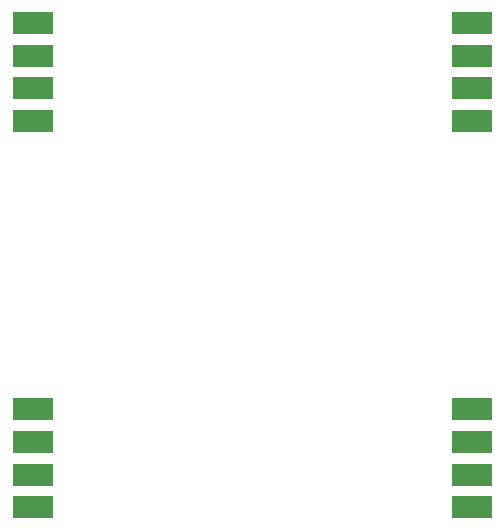
<source format=gbr>
G04 #@! TF.GenerationSoftware,KiCad,Pcbnew,(5.1.2-1)-1*
G04 #@! TF.CreationDate,2019-12-30T17:07:45+01:00*
G04 #@! TF.ProjectId,C64_autofire,4336345f-6175-4746-9f66-6972652e6b69,rev?*
G04 #@! TF.SameCoordinates,Original*
G04 #@! TF.FileFunction,Paste,Bot*
G04 #@! TF.FilePolarity,Positive*
%FSLAX46Y46*%
G04 Gerber Fmt 4.6, Leading zero omitted, Abs format (unit mm)*
G04 Created by KiCad (PCBNEW (5.1.2-1)-1) date 2019-12-30 17:07:45*
%MOMM*%
%LPD*%
G04 APERTURE LIST*
%ADD10R,3.480000X1.846667*%
G04 APERTURE END LIST*
D10*
X49600000Y-41955000D03*
X49600000Y-39185000D03*
X49600000Y-36415000D03*
X49600000Y-33645000D03*
X49600000Y-66345000D03*
X49600000Y-69115000D03*
X49600000Y-71885000D03*
X49600000Y-74655000D03*
X86800000Y-33645000D03*
X86800000Y-36415000D03*
X86800000Y-39185000D03*
X86800000Y-41955000D03*
X86800000Y-74655000D03*
X86800000Y-71885000D03*
X86800000Y-69115000D03*
X86800000Y-66345000D03*
M02*

</source>
